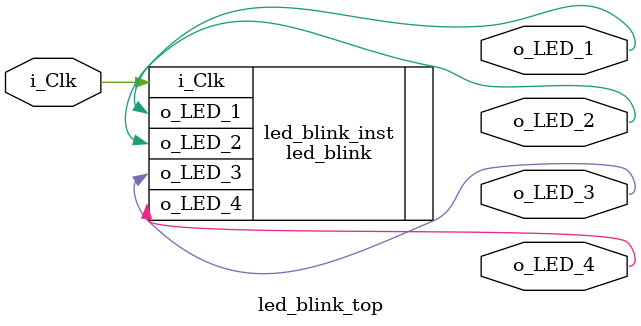
<source format=v>
module led_blink_top(
	input i_Clk,
	output o_LED_1,
	output o_LED_2,
	output o_LED_3,
	output o_LED_4
);

	led_blink #(
	.g_COUNT_10HZ(1250000),
	.g_COUNT_5HZ(2500000),
	.g_COUNT_2HZ(6250000),
	.g_COUNT_1HZ(12500000))
	led_blink_inst (.i_Clk(i_Clk),
		.o_LED_1(o_LED_1),
		.o_LED_2(o_LED_2),
		.o_LED_3(o_LED_3),
		.o_LED_4(o_LED_4));
		
endmodule
		
</source>
